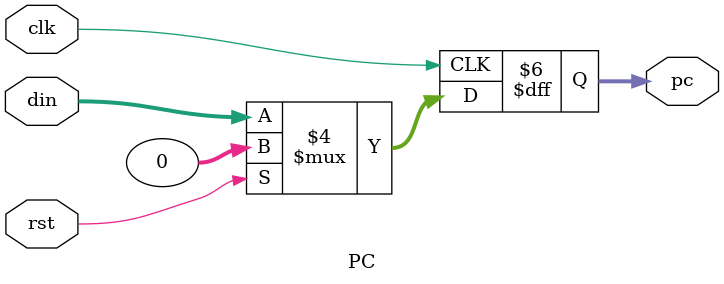
<source format=v>
`timescale 1ns / 1ps

/*
    update at posedge of clk
*/
module PC(
    input clk,
    input rst,
    input [31:0] din,
    output reg [31:0] pc
);

initial begin
    pc <= 32'h0000;  //TODO: does 0 is default value?
end

always@(posedge clk) begin
    if(rst) pc <= 32'h0000;
    else pc <= din;
end

endmodule
</source>
